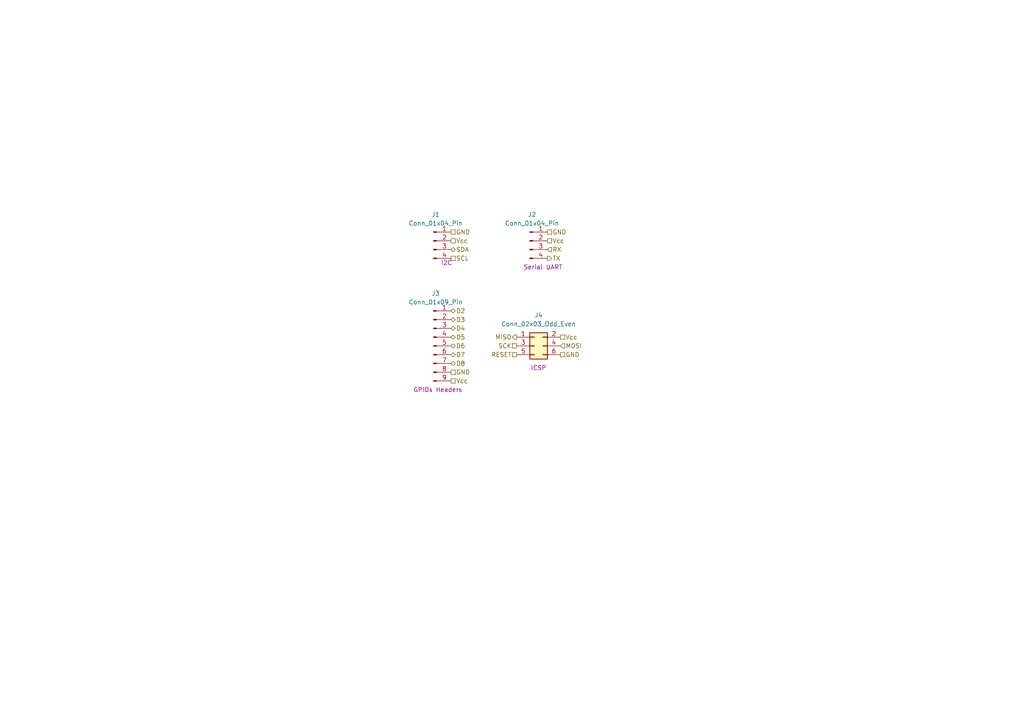
<source format=kicad_sch>
(kicad_sch (version 20250114) (generator "eeschema") (generator_version "9.0")
  (paper "A4")
  (lib_symbols
    (symbol "Connector:Conn_01x04_Pin" (pin_names (offset 1.016) (hide yes))
      (property "Reference" "J" (at 0 5.08 0))
      (property "Value" "Conn_01x04_Pin" (at 0 -7.62 0))
      (symbol "Conn_01x04_Pin_1_1"
        (rectangle (start 0.8636 2.667) (end 0 2.413) (stroke (width 0.1524)) (fill (type outline)))
        (rectangle (start 0.8636 0.127) (end 0 -0.127) (stroke (width 0.1524)) (fill (type outline)))
        (rectangle (start 0.8636 -2.413) (end 0 -2.667) (stroke (width 0.1524)) (fill (type outline)))
        (rectangle (start 0.8636 -4.953) (end 0 -5.207) (stroke (width 0.1524)) (fill (type outline)))
        (polyline (pts (xy 1.27 2.54) (xy 0.8636 2.54)) (stroke (width 0.1524)))
        (polyline (pts (xy 1.27 0) (xy 0.8636 0)) (stroke (width 0.1524)))
        (polyline (pts (xy 1.27 -2.54) (xy 0.8636 -2.54)) (stroke (width 0.1524)))
        (polyline (pts (xy 1.27 -5.08) (xy 0.8636 -5.08)) (stroke (width 0.1524)))
        (pin passive line (at 5.08 2.54 180) (length 3.81) (name "Pin_1") (number "1"))
        (pin passive line (at 5.08 0 180) (length 3.81) (name "Pin_2") (number "2"))
        (pin passive line (at 5.08 -2.54 180) (length 3.81) (name "Pin_3") (number "3"))
        (pin passive line (at 5.08 -5.08 180) (length 3.81) (name "Pin_4") (number "4"))
      )
    )
    (symbol "Connector:Conn_01x09_Pin" (pin_names (offset 1.016) (hide yes))
      (property "Reference" "J" (at 0 12.7 0))
      (property "Value" "Conn_01x09_Pin" (at 0 -12.7 0))
      (symbol "Conn_01x09_Pin_1_1"
        (rectangle (start 0.8636 10.287) (end 0 10.033) (stroke (width 0.1524)) (fill (type outline)))
        (rectangle (start 0.8636 7.747) (end 0 7.493) (stroke (width 0.1524)) (fill (type outline)))
        (rectangle (start 0.8636 5.207) (end 0 4.953) (stroke (width 0.1524)) (fill (type outline)))
        (rectangle (start 0.8636 2.667) (end 0 2.413) (stroke (width 0.1524)) (fill (type outline)))
        (rectangle (start 0.8636 0.127) (end 0 -0.127) (stroke (width 0.1524)) (fill (type outline)))
        (rectangle (start 0.8636 -2.413) (end 0 -2.667) (stroke (width 0.1524)) (fill (type outline)))
        (rectangle (start 0.8636 -4.953) (end 0 -5.207) (stroke (width 0.1524)) (fill (type outline)))
        (rectangle (start 0.8636 -7.493) (end 0 -7.747) (stroke (width 0.1524)) (fill (type outline)))
        (rectangle (start 0.8636 -10.033) (end 0 -10.287) (stroke (width 0.1524)) (fill (type outline)))
        (polyline (pts (xy 1.27 10.16) (xy 0.8636 10.16)) (stroke (width 0.1524)))
        (polyline (pts (xy 1.27 7.62) (xy 0.8636 7.62)) (stroke (width 0.1524)))
        (polyline (pts (xy 1.27 5.08) (xy 0.8636 5.08)) (stroke (width 0.1524)))
        (polyline (pts (xy 1.27 2.54) (xy 0.8636 2.54)) (stroke (width 0.1524)))
        (polyline (pts (xy 1.27 0) (xy 0.8636 0)) (stroke (width 0.1524)))
        (polyline (pts (xy 1.27 -2.54) (xy 0.8636 -2.54)) (stroke (width 0.1524)))
        (polyline (pts (xy 1.27 -5.08) (xy 0.8636 -5.08)) (stroke (width 0.1524)))
        (polyline (pts (xy 1.27 -7.62) (xy 0.8636 -7.62)) (stroke (width 0.1524)))
        (polyline (pts (xy 1.27 -10.16) (xy 0.8636 -10.16)) (stroke (width 0.1524)))
        (pin passive line (at 5.08 10.16 180) (length 3.81) (name "Pin_1") (number "1"))
        (pin passive line (at 5.08 7.62 180) (length 3.81) (name "Pin_2") (number "2"))
        (pin passive line (at 5.08 5.08 180) (length 3.81) (name "Pin_3") (number "3"))
        (pin passive line (at 5.08 2.54 180) (length 3.81) (name "Pin_4") (number "4"))
        (pin passive line (at 5.08 0 180) (length 3.81) (name "Pin_5") (number "5"))
        (pin passive line (at 5.08 -2.54 180) (length 3.81) (name "Pin_6") (number "6"))
        (pin passive line (at 5.08 -5.08 180) (length 3.81) (name "Pin_7") (number "7"))
        (pin passive line (at 5.08 -7.62 180) (length 3.81) (name "Pin_8") (number "8"))
        (pin passive line (at 5.08 -10.16 180) (length 3.81) (name "Pin_9") (number "9"))
      )
    )
    (symbol "Connector_Generic:Conn_02x03_Odd_Even" (pin_names (offset 1.016) (hide yes))
      (property "Reference" "J" (at 1.27 5.08 0))
      (property "Value" "Conn_02x03_Odd_Even" (at 1.27 -5.08 0))
      (symbol "Conn_02x03_Odd_Even_1_1"
        (rectangle (start -1.27 3.81) (end 3.81 -3.81) (stroke (width 0.254)) (fill (type background)))
        (rectangle (start -1.27 2.667) (end 0 2.413) (stroke (width 0.1524)))
        (rectangle (start -1.27 0.127) (end 0 -0.127) (stroke (width 0.1524)))
        (rectangle (start -1.27 -2.413) (end 0 -2.667) (stroke (width 0.1524)))
        (rectangle (start 3.81 2.667) (end 2.54 2.413) (stroke (width 0.1524)))
        (rectangle (start 3.81 0.127) (end 2.54 -0.127) (stroke (width 0.1524)))
        (rectangle (start 3.81 -2.413) (end 2.54 -2.667) (stroke (width 0.1524)))
        (pin passive line (at -5.08 2.54 0) (length 3.81) (name "Pin_1") (number "1"))
        (pin passive line (at -5.08 0 0) (length 3.81) (name "Pin_3") (number "3"))
        (pin passive line (at -5.08 -2.54 0) (length 3.81) (name "Pin_5") (number "5"))
        (pin passive line (at 7.62 2.54 180) (length 3.81) (name "Pin_2") (number "2"))
        (pin passive line (at 7.62 0 180) (length 3.81) (name "Pin_4") (number "4"))
        (pin passive line (at 7.62 -2.54 180) (length 3.81) (name "Pin_6") (number "6"))
      )
    )
  )
  (hierarchical_label "D7" (shape bidirectional) (at 130.81 102.87 0))
  (hierarchical_label "GND" (shape passive) (at 130.81 107.95 0))
  (hierarchical_label "MOSI" (shape input) (at 162.56 100.33 0))
  (hierarchical_label "GND" (shape passive) (at 158.75 67.31 0))
  (hierarchical_label "D4" (shape bidirectional) (at 130.81 95.25 0))
  (hierarchical_label "D3" (shape bidirectional) (at 130.81 92.71 0))
  (hierarchical_label "SCK" (shape passive) (at 149.86 100.33 180))
  (hierarchical_label "SDA" (shape bidirectional) (at 130.81 72.39 0))
  (hierarchical_label "Vcc" (shape passive) (at 130.81 69.85 0))
  (hierarchical_label "RESET" (shape passive) (at 149.86 102.87 180))
  (hierarchical_label "TX" (shape output) (at 158.75 74.93 0))
  (hierarchical_label "RX" (shape input) (at 158.75 72.39 0))
  (hierarchical_label "GND" (shape passive) (at 162.56 102.87 0))
  (hierarchical_label "Vcc" (shape passive) (at 130.81 110.49 0))
  (hierarchical_label "GND" (shape passive) (at 130.81 67.31 0))
  (hierarchical_label "D6" (shape bidirectional) (at 130.81 100.33 0))
  (hierarchical_label "D2" (shape bidirectional) (at 130.81 90.17 0))
  (hierarchical_label "Vcc" (shape passive) (at 162.56 97.79 0))
  (hierarchical_label "D5" (shape bidirectional) (at 130.81 97.79 0))
  (hierarchical_label "D8" (shape bidirectional) (at 130.81 105.41 0))
  (hierarchical_label "SCL" (shape passive) (at 130.81 74.93 0))
  (hierarchical_label "MISO" (shape output) (at 149.86 97.79 180))
  (hierarchical_label "Vcc" (shape passive) (at 158.75 69.85 0))
  (symbol (lib_id "Connector_Generic:Conn_02x03_Odd_Even") (at 154.94 100.33 0) (unit 1)
    (property "Reference" "J4" (at 156.21 91.44 0))
    (property "Value" "Conn_02x03_Odd_Even" (at 156.21 93.98 0))
    (property "Footprint" "Connector_PinHeader_2.54mm:PinHeader_2x03_P2.54mm_Vertical" (effects (hide yes)))
    (property "Description" "Generic connector, double row, 02x03, odd/even pin numbering scheme (row 1 odd numbers, row 2 even numbers), script generated (kicad-library-utils/schlib/autogen/connector/)" (effects (hide yes)))
    (property "Purpose" "ICSP" (at 156.21 106.68 0))
  )
  (symbol (lib_id "Connector:Conn_01x04_Pin") (at 153.67 69.85 0) (unit 1)
    (property "Reference" "J2" (at 154.305 62.23 0))
    (property "Value" "Conn_01x04_Pin" (at 154.305 64.77 0))
    (property "Footprint" "Connector_PinHeader_2.54mm:PinHeader_1x04_P2.54mm_Vertical" (effects (hide yes)))
    (property "Description" "Generic connector, single row, 01x04, script generated" (effects (hide yes)))
    (property "Purpose" "Serial UART" (at 157.48 77.47 0))
  )
  (symbol (lib_id "Connector:Conn_01x04_Pin") (at 125.73 69.85 0) (unit 1)
    (property "Reference" "J1" (at 126.365 62.23 0))
    (property "Value" "Conn_01x04_Pin" (at 126.365 64.77 0))
    (property "Footprint" "Connector_PinHeader_2.54mm:PinHeader_1x04_P2.54mm_Vertical" (effects (hide yes)))
    (property "Description" "Generic connector, single row, 01x04, script generated" (effects (hide yes)))
    (property "Purpose" "I2C" (at 129.54 76.2 0))
  )
  (symbol (lib_id "Connector:Conn_01x09_Pin") (at 125.73 100.33 0) (unit 1)
    (property "Reference" "J3" (at 126.365 85.09 0))
    (property "Value" "Conn_01x09_Pin" (at 126.365 87.63 0))
    (property "Footprint" "Connector_PinHeader_2.54mm:PinHeader_1x09_P2.54mm_Vertical" (effects (hide yes)))
    (property "Description" "Generic connector, single row, 01x09, script generated" (effects (hide yes)))
    (property "Purpose" "GPIOs Headers" (at 127 113.03 0))
  )
)
</source>
